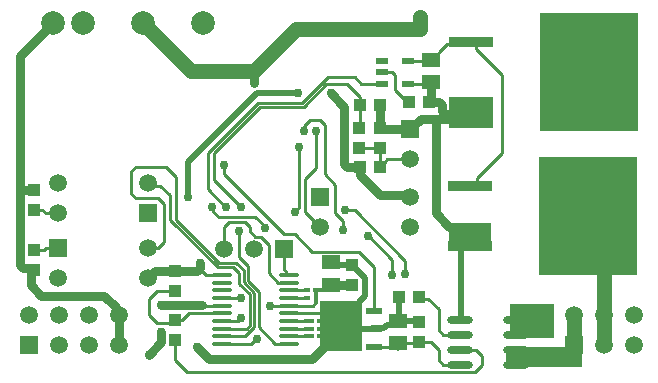
<source format=gtl>
G04*
G04 #@! TF.GenerationSoftware,Altium Limited,Altium Designer,24.5.2 (23)*
G04*
G04 Layer_Physical_Order=1*
G04 Layer_Color=255*
%FSLAX25Y25*%
%MOIN*%
G70*
G04*
G04 #@! TF.SameCoordinates,62667526-275E-49D5-B9E8-2F90AF9612E4*
G04*
G04*
G04 #@! TF.FilePolarity,Positive*
G04*
G01*
G75*
%ADD13C,0.01000*%
%ADD18O,0.08661X0.02362*%
%ADD19R,0.04331X0.03937*%
%ADD20R,0.03937X0.04331*%
%ADD21R,0.15158X0.03740*%
%ADD22R,0.33071X0.39764*%
%ADD23R,0.05512X0.02362*%
%ADD24R,0.07087X0.02362*%
G04:AMPARAMS|DCode=25|XSize=74.8mil|YSize=125.98mil|CornerRadius=0mil|HoleSize=0mil|Usage=FLASHONLY|Rotation=270.000|XOffset=0mil|YOffset=0mil|HoleType=Round|Shape=Octagon|*
%AMOCTAGOND25*
4,1,8,0.06299,0.01870,0.06299,-0.01870,0.04429,-0.03740,-0.04429,-0.03740,-0.06299,-0.01870,-0.06299,0.01870,-0.04429,0.03740,0.04429,0.03740,0.06299,0.01870,0.0*
%
%ADD25OCTAGOND25*%

%ADD26R,0.03937X0.02362*%
%ADD27O,0.07087X0.01378*%
%ADD28R,0.05906X0.05118*%
%ADD53C,0.03000*%
%ADD54C,0.02000*%
%ADD55C,0.05000*%
%ADD56R,0.03500X0.01531*%
%ADD57R,0.03890X0.01531*%
%ADD58R,0.02496X0.01531*%
%ADD59R,0.14000X0.17000*%
%ADD60R,0.14000X0.07000*%
%ADD61R,0.14500X0.08500*%
%ADD62R,0.15000X0.11500*%
%ADD63R,0.25500X0.07000*%
%ADD64R,0.05906X0.05906*%
%ADD65C,0.05906*%
%ADD66C,0.07874*%
%ADD67R,0.05906X0.05906*%
%ADD68C,0.03000*%
%ADD69C,0.05000*%
D13*
X102806Y26232D02*
Y30035D01*
X102105Y25280D02*
X103213Y26388D01*
Y30190D02*
X103478Y30456D01*
X103213Y26388D02*
Y30190D01*
X103478Y30456D02*
X106196D01*
X108000Y32260D01*
X94221Y30398D02*
X100398D01*
X100500Y30500D01*
X94221Y27839D02*
X100339D01*
X100500Y28000D01*
X94221Y25280D02*
X102105D01*
X87916D02*
X94221D01*
Y20161D02*
X99839D01*
X100000Y20000D01*
X94221Y17602D02*
X99898D01*
X100000Y17500D01*
X94221Y15043D02*
X94232Y15032D01*
X100013D01*
X12347Y43846D02*
X13000Y44500D01*
X17000D01*
X9000Y43846D02*
X12347D01*
X9000D02*
X9653Y44500D01*
X9000Y57153D02*
X11846D01*
X13000Y56000D02*
X17000D01*
X11846Y57153D02*
X13000Y56000D01*
X99032Y83532D02*
X99268Y83768D01*
Y85268D01*
X101000Y87000D01*
X104500D02*
X106000Y85500D01*
X101000Y87000D02*
X104500D01*
X106000Y69000D02*
Y85500D01*
X109500Y55980D02*
Y65500D01*
X106000Y69000D02*
X109500Y65500D01*
Y55980D02*
X112000Y53480D01*
Y50500D02*
Y53480D01*
X112611Y57112D02*
X112723Y57000D01*
X116000D01*
X132834Y40166D01*
X156000Y3000D02*
X158500Y5500D01*
X56000Y7000D02*
X60000Y3000D01*
X156000D01*
X56000Y7000D02*
Y13654D01*
X158500Y5500D02*
Y8500D01*
X151000Y10500D02*
X156500D01*
X158500Y8500D01*
X145500Y5500D02*
X151000D01*
X144000Y7000D02*
X145500Y5500D01*
X144000Y7000D02*
Y10500D01*
X145500Y15500D02*
X151000D01*
X144000Y17000D02*
X145500Y15500D01*
X144000Y17000D02*
Y24000D01*
X140500Y27500D02*
X144000Y24000D01*
X137471Y27500D02*
X140500D01*
X156825Y67825D02*
X165000Y76000D01*
Y102000D01*
X156325Y110675D02*
X165000Y102000D01*
X94221Y22720D02*
X106780D01*
X92147D02*
X94221D01*
X129665Y11594D02*
X130606Y10654D01*
X128500Y35500D02*
Y40500D01*
X132834Y35667D02*
Y40166D01*
X84500Y91500D02*
X99000D01*
X67000Y76000D02*
X83850Y92850D01*
X98350D02*
X107000Y101500D01*
X69000Y76000D02*
X84500Y91500D01*
X99000D02*
X106500Y99000D01*
X83850Y92850D02*
X98350D01*
X67000Y64000D02*
Y76000D01*
X69000Y67000D02*
Y76000D01*
X72500Y69000D02*
Y72000D01*
X117654Y84654D02*
Y94819D01*
X69000Y67000D02*
X78000Y58000D01*
X107000Y101500D02*
X116000D01*
X106500Y99000D02*
X113472D01*
X117654Y94819D01*
X65000Y36895D02*
X66395Y35500D01*
X64520Y38480D02*
X65000Y38000D01*
X66395Y35500D02*
X71764D01*
X65000Y36895D02*
Y38000D01*
X71764Y35500D02*
X71780Y35516D01*
X70763Y39500D02*
X76500D01*
X54500Y53854D02*
Y62000D01*
X56500Y53763D02*
Y68000D01*
X54500Y53854D02*
X70354Y38000D01*
X56500Y53763D02*
X70763Y39500D01*
X70354Y38000D02*
X75500D01*
X71780Y12484D02*
X81487D01*
X83168Y14165D02*
X83335D01*
X81487Y12484D02*
X83168Y14165D01*
X47500Y22257D02*
X50257Y19500D01*
X55154D02*
X56077Y20423D01*
X50257Y19500D02*
X55154D01*
X47500Y22257D02*
Y27500D01*
X79543Y15043D02*
X82500Y18000D01*
X71780Y15043D02*
X79543D01*
X82500Y18000D02*
Y29474D01*
X81000Y18652D02*
Y29065D01*
X79950Y17602D02*
X81000Y18652D01*
X71780Y17602D02*
X79950D01*
X87899Y25263D02*
X87916Y25280D01*
X86021Y51237D02*
Y51682D01*
X82824Y54879D02*
X86021Y51682D01*
X71784Y27834D02*
X77988D01*
X77993Y27830D01*
X84000Y18000D02*
Y29884D01*
X79000Y32974D02*
Y37000D01*
X77500Y32565D02*
Y36000D01*
Y32565D02*
X81000Y29065D01*
X80500Y33384D02*
X84000Y29884D01*
X80500Y33384D02*
Y38500D01*
X71780Y27839D02*
X71784Y27834D01*
X79000Y32974D02*
X82500Y29474D01*
X84000Y18000D02*
X89516Y12484D01*
X71780Y20161D02*
X77161D01*
X78000Y21000D01*
X77459D02*
X78000D01*
X118240Y99260D02*
X125000D01*
X116000Y101500D02*
X118240Y99260D01*
X72500Y69000D02*
X92500Y49000D01*
X68883Y56617D02*
Y57617D01*
X68500Y58000D02*
X68883Y57617D01*
Y56617D02*
X70621Y54879D01*
X67000Y64000D02*
X72879Y58121D01*
X70621Y54879D02*
X82824D01*
X92500Y49000D02*
X96000D01*
X111305Y43149D02*
X111454Y43000D01*
X117500D01*
X101851Y43149D02*
X111305D01*
X96000Y49000D02*
X101851Y43149D01*
X117500Y43000D02*
X122480Y38020D01*
Y23405D02*
Y38020D01*
X120621Y48379D02*
X128500Y40500D01*
X120379Y48379D02*
X120621D01*
X96000Y56500D02*
X97500Y58000D01*
X103000Y71000D02*
Y83500D01*
X99500Y67500D02*
X103000Y71000D01*
X97500Y58000D02*
Y78000D01*
X99500Y56500D02*
Y67500D01*
Y56500D02*
X104500Y51500D01*
X82760Y48240D02*
X84760D01*
X81000Y50000D02*
Y51500D01*
Y50000D02*
X82760Y48240D01*
X84760D02*
X87500Y45500D01*
X79500Y53000D02*
X81000Y51500D01*
X72500Y51500D02*
X74000Y53000D01*
X79500D01*
X77500Y41500D02*
Y50000D01*
X87500Y36000D02*
Y45500D01*
X77500Y41500D02*
X80500Y38500D01*
X133662Y99259D02*
X140999D01*
X141500Y99760D01*
X53000Y71500D02*
X56500Y68000D01*
X51264Y65236D02*
X54500Y62000D01*
X47000Y44500D02*
X50500D01*
X52500Y46500D02*
Y59000D01*
X50500Y44500D02*
X52500Y46500D01*
X43000Y71500D02*
X53000D01*
X41500Y70000D02*
X43000Y71500D01*
X41500Y62500D02*
Y70000D01*
Y62500D02*
X43000Y61000D01*
X50500D02*
X52500Y59000D01*
X43000Y61000D02*
X50500D01*
X106780Y22720D02*
X107000Y22500D01*
X72500Y44000D02*
Y51500D01*
X87500Y36000D02*
X90541Y32958D01*
X94219D01*
X94221Y32957D01*
X89516Y12484D02*
X94221D01*
X76500Y39500D02*
X79000Y37000D01*
X75500Y38000D02*
X77500Y36000D01*
X47500Y27500D02*
X50153Y30154D01*
X56000D01*
X65220Y25280D02*
X71780D01*
X65000Y25500D02*
X65220Y25280D01*
X130500Y12760D02*
X137106D01*
X137500Y13153D01*
X141347D01*
X144000Y10500D01*
X47764Y65236D02*
X51264D01*
X47000Y66000D02*
X47764Y65236D01*
X56077Y20423D02*
X58423D01*
X60720Y22720D02*
X71780D01*
X58423Y20423D02*
X60720Y22720D01*
X93077Y35690D02*
X93252Y35516D01*
X92500Y37236D02*
X93077Y36659D01*
Y35690D02*
Y36659D01*
X93252Y35516D02*
X94221D01*
X92500Y37236D02*
Y44000D01*
X122480Y11594D02*
X129665D01*
X156825Y66370D02*
Y67825D01*
X154500Y65000D02*
X155455D01*
X156825Y66370D01*
X156325Y110675D02*
Y111630D01*
X154827Y113000D02*
X154955D01*
X156325Y111630D01*
X143953Y109299D02*
Y109693D01*
X141500Y107240D02*
X141894D01*
X154360Y112534D02*
X154827Y113000D01*
X146793Y112534D02*
X154360D01*
X143953Y109693D02*
X146793Y112534D01*
X141894Y107240D02*
X143953Y109299D01*
X133662Y106740D02*
X141000D01*
X141500Y107240D01*
X132032Y94468D02*
X132685D01*
X129500Y97000D02*
X132032Y94468D01*
X132685D02*
X134153Y93000D01*
X129500Y97000D02*
Y102000D01*
X128500Y103000D02*
X129500Y102000D01*
X125000Y103000D02*
X128500D01*
X117500Y84500D02*
X117654Y84654D01*
X117500Y77807D02*
X124500D01*
Y71653D02*
Y77807D01*
X124346Y71500D02*
X124500Y71653D01*
X126012Y73165D02*
X126847Y74000D01*
X134500D01*
X126012Y72969D02*
Y73165D01*
X124543Y71500D02*
X126012Y72969D01*
X16061Y56939D02*
X17000Y56000D01*
D18*
X151000Y20500D02*
D03*
Y15500D02*
D03*
Y10500D02*
D03*
Y5500D02*
D03*
X169898Y20500D02*
D03*
Y15500D02*
D03*
Y10500D02*
D03*
Y5500D02*
D03*
D19*
X137346Y28000D02*
D03*
X130654D02*
D03*
X134153Y93000D02*
D03*
X140847D02*
D03*
X117654Y71500D02*
D03*
X124346D02*
D03*
X117654Y92000D02*
D03*
X124346D02*
D03*
D20*
X56000Y30154D02*
D03*
Y36846D02*
D03*
Y13654D02*
D03*
Y20346D02*
D03*
X9000Y57153D02*
D03*
Y63846D02*
D03*
Y43846D02*
D03*
Y37154D02*
D03*
X137500Y13153D02*
D03*
Y19846D02*
D03*
X117500Y77807D02*
D03*
Y84500D02*
D03*
X124500Y77807D02*
D03*
Y84500D02*
D03*
X115000Y32153D02*
D03*
Y38846D02*
D03*
D21*
X154500Y65000D02*
D03*
Y45000D02*
D03*
X154827Y113000D02*
D03*
Y93000D02*
D03*
D22*
X193673Y55000D02*
D03*
X194000Y103000D02*
D03*
D23*
X122480Y11594D02*
D03*
Y23405D02*
D03*
D24*
X121693Y17500D02*
D03*
D25*
X111850D02*
D03*
D26*
X133662Y106740D02*
D03*
Y99259D02*
D03*
X125000Y106739D02*
D03*
Y99260D02*
D03*
Y103000D02*
D03*
D27*
X94221Y12484D02*
D03*
Y15043D02*
D03*
Y17602D02*
D03*
Y20161D02*
D03*
Y22720D02*
D03*
Y25280D02*
D03*
Y27839D02*
D03*
Y30398D02*
D03*
Y32957D02*
D03*
Y35516D02*
D03*
X71780Y12484D02*
D03*
Y15043D02*
D03*
Y17602D02*
D03*
Y20161D02*
D03*
Y22720D02*
D03*
Y25280D02*
D03*
Y27839D02*
D03*
Y30398D02*
D03*
Y32957D02*
D03*
Y35516D02*
D03*
D28*
X141500Y107240D02*
D03*
Y99760D02*
D03*
X130500Y12760D02*
D03*
Y20240D02*
D03*
X108000Y32260D02*
D03*
Y39740D02*
D03*
D53*
X63500Y11500D02*
X67500Y7500D01*
X101850D01*
X105850Y11500D01*
X106000D01*
Y11650D01*
X111850Y17500D01*
X111717Y16367D02*
X112350Y17000D01*
X108000Y32260D02*
X114894D01*
X143000Y87500D02*
X150500D01*
X138000D02*
X143000D01*
Y56000D02*
Y87500D01*
X147500Y51500D02*
X149000D01*
X143000Y56000D02*
X147500Y51500D01*
X149000D02*
X150500Y50000D01*
X64520Y37828D02*
Y38480D01*
X56000Y36846D02*
X63539D01*
X49434D02*
X56000D01*
X64520Y38480D02*
Y39591D01*
X82500Y99354D02*
Y103500D01*
X108000Y96000D02*
X112500Y91500D01*
X63539Y36846D02*
X64520Y37828D01*
X47422Y8922D02*
X51500Y13000D01*
Y16500D01*
Y25500D02*
X65000D01*
X112500Y72500D02*
X113500Y71500D01*
X112500Y72500D02*
Y91500D01*
X113500Y71500D02*
X117654D01*
X134500Y84000D02*
X138000Y87500D01*
X144231Y93000D02*
X145213Y92019D01*
Y89981D02*
X146194Y89000D01*
X149000D01*
X145213Y89981D02*
Y92019D01*
X141032Y93000D02*
X144231D01*
X140847D02*
X141032D01*
X149000Y89000D02*
X150500Y87500D01*
X141500Y93468D02*
Y99760D01*
X141032Y93000D02*
X141500Y93468D01*
X124346Y92000D02*
X124500Y91847D01*
Y84500D02*
Y91847D01*
Y84469D02*
Y84500D01*
X124969Y84000D02*
X134500D01*
X124500Y84469D02*
X124969Y84000D01*
X47087Y34500D02*
X49434Y36846D01*
X47000Y34500D02*
X47087D01*
X124500Y62000D02*
X134000D01*
X134500Y61500D01*
X117837Y68663D02*
Y71316D01*
X117654Y71500D02*
X117837Y71316D01*
Y68663D02*
X124500Y62000D01*
X4500Y63500D02*
Y108500D01*
Y38758D02*
Y63500D01*
X4846Y63846D02*
X9000D01*
X4500Y63500D02*
X4846Y63846D01*
X8531Y37154D02*
Y37777D01*
X4500Y38758D02*
X5481Y37777D01*
X8531D01*
X4500Y108500D02*
X15500Y119500D01*
X8000Y32000D02*
Y37154D01*
Y32000D02*
X11500Y28500D01*
X32500D02*
X36279Y24721D01*
X11500Y28500D02*
X32500D01*
X36279Y24507D02*
Y24721D01*
X37500Y22500D02*
Y23286D01*
X36279Y24507D02*
X37500Y23286D01*
Y12500D02*
Y22500D01*
D54*
X151500Y20500D02*
Y50000D01*
X119500Y28500D02*
Y34346D01*
X115969Y37681D02*
X116165D01*
X119500Y34346D01*
X121693Y17500D02*
X121874Y17681D01*
X125767D01*
X126885Y18799D02*
X129059D01*
X125767Y17681D02*
X126885Y18799D01*
X129059D02*
X130500Y20240D01*
X130654Y20394D02*
Y28000D01*
X130500Y20240D02*
X130654Y20394D01*
X83500Y96000D02*
X97000D01*
X60500Y73000D02*
X83500Y96000D01*
X60500Y61500D02*
Y73000D01*
X116000Y25000D02*
X116500D01*
X117500Y26000D02*
Y26500D01*
X119500Y28500D01*
X115000Y38650D02*
Y38846D01*
X116500Y25000D02*
X117500Y26000D01*
X115000Y38650D02*
X115969Y37681D01*
X108000Y39740D02*
X108894Y38846D01*
X115000D01*
X130500Y20240D02*
X137106D01*
X137500Y19846D01*
D55*
X189000Y12000D02*
Y22000D01*
X199000Y12000D02*
Y22000D01*
X197500Y50500D02*
Y59500D01*
Y68500D01*
Y41500D02*
Y50500D01*
Y41500D02*
X199000Y40000D01*
X96492Y117492D02*
X137798D01*
X82500Y103500D02*
X96492Y117492D01*
X137832Y117526D02*
Y121492D01*
X137798Y117492D02*
X137832Y117526D01*
X45500Y119500D02*
X61500Y103500D01*
X82500D01*
X199000Y22000D02*
Y40000D01*
D56*
X105103Y15027D02*
D03*
X105141Y17559D02*
D03*
X105166Y20135D02*
D03*
X100796Y20167D02*
D03*
X100779Y17567D02*
D03*
X100739Y15045D02*
D03*
D57*
X104251Y30456D02*
D03*
D58*
X100231Y27860D02*
D03*
X100252Y30446D02*
D03*
D59*
X111500Y18500D02*
D03*
D60*
X154500Y49500D02*
D03*
D61*
X154750Y88750D02*
D03*
D62*
X175000Y20250D02*
D03*
D63*
X179250Y8000D02*
D03*
D64*
X104500Y61500D02*
D03*
X7500Y12000D02*
D03*
X189000D02*
D03*
X47000Y56000D02*
D03*
X17000Y44500D02*
D03*
X92500Y44000D02*
D03*
D65*
X104500Y51500D02*
D03*
X134500Y61500D02*
D03*
Y51500D02*
D03*
X7500Y22000D02*
D03*
X17500Y12000D02*
D03*
Y22000D02*
D03*
X27500Y12000D02*
D03*
Y22000D02*
D03*
X37500Y12000D02*
D03*
Y22000D02*
D03*
X189000D02*
D03*
X199000Y12000D02*
D03*
Y22000D02*
D03*
X209000Y12000D02*
D03*
Y22000D02*
D03*
X17000Y66000D02*
D03*
Y56000D02*
D03*
X47000Y66000D02*
D03*
Y34500D02*
D03*
Y44500D02*
D03*
X17000Y34500D02*
D03*
X82500Y44000D02*
D03*
X72500D02*
D03*
X134500Y74000D02*
D03*
D66*
X15500Y119500D02*
D03*
X25500D02*
D03*
X45500D02*
D03*
X65500D02*
D03*
D67*
X134500Y84000D02*
D03*
D68*
X63500Y11500D02*
D03*
X99032Y83532D02*
D03*
X112000Y50500D02*
D03*
X112611Y57112D02*
D03*
X137798Y117492D02*
D03*
X137832Y121492D02*
D03*
X128500Y35500D02*
D03*
X132834Y35667D02*
D03*
X82500Y99354D02*
D03*
X60500Y61500D02*
D03*
X72500Y72000D02*
D03*
X97000Y96000D02*
D03*
X108000D02*
D03*
X64520Y39591D02*
D03*
X83335Y14165D02*
D03*
X51500Y16500D02*
D03*
Y25500D02*
D03*
X47422Y8922D02*
D03*
X87899Y25263D02*
D03*
X86021Y51237D02*
D03*
X77993Y27830D02*
D03*
X78000Y21000D02*
D03*
X73250Y58000D02*
D03*
X78000D02*
D03*
X68500D02*
D03*
X120379Y48379D02*
D03*
X96000Y56500D02*
D03*
X103000Y83500D02*
D03*
X82500Y103500D02*
D03*
X77500Y50000D02*
D03*
X97500Y78000D02*
D03*
D69*
X180000Y23500D02*
D03*
Y17500D02*
D03*
X158500Y50000D02*
D03*
X150500D02*
D03*
Y87500D02*
D03*
X158500D02*
D03*
X206000Y68500D02*
D03*
Y59500D02*
D03*
Y50500D02*
D03*
Y41500D02*
D03*
X197500D02*
D03*
Y50500D02*
D03*
Y59500D02*
D03*
Y68500D02*
D03*
X187500Y117000D02*
D03*
Y108000D02*
D03*
Y99000D02*
D03*
Y90000D02*
D03*
X196000Y117000D02*
D03*
Y108000D02*
D03*
Y99000D02*
D03*
Y90000D02*
D03*
X204500D02*
D03*
Y99000D02*
D03*
Y108000D02*
D03*
Y117000D02*
D03*
M02*

</source>
